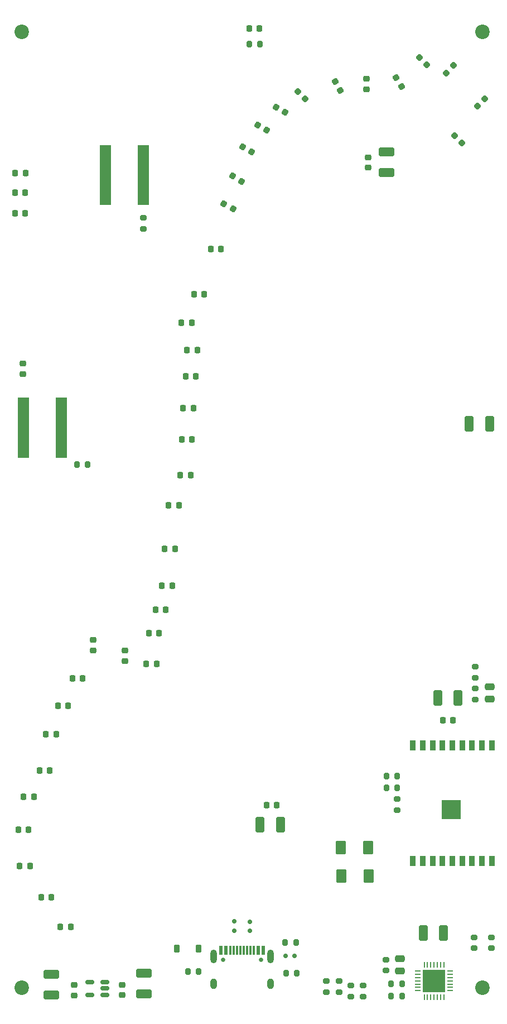
<source format=gbr>
%TF.GenerationSoftware,KiCad,Pcbnew,9.0.0*%
%TF.CreationDate,2025-04-18T09:14:46-04:00*%
%TF.ProjectId,where_is_my_ion,77686572-655f-4697-935f-6d795f696f6e,rev?*%
%TF.SameCoordinates,Original*%
%TF.FileFunction,Soldermask,Top*%
%TF.FilePolarity,Negative*%
%FSLAX46Y46*%
G04 Gerber Fmt 4.6, Leading zero omitted, Abs format (unit mm)*
G04 Created by KiCad (PCBNEW 9.0.0) date 2025-04-18 09:14:46*
%MOMM*%
%LPD*%
G01*
G04 APERTURE LIST*
G04 Aperture macros list*
%AMRoundRect*
0 Rectangle with rounded corners*
0 $1 Rounding radius*
0 $2 $3 $4 $5 $6 $7 $8 $9 X,Y pos of 4 corners*
0 Add a 4 corners polygon primitive as box body*
4,1,4,$2,$3,$4,$5,$6,$7,$8,$9,$2,$3,0*
0 Add four circle primitives for the rounded corners*
1,1,$1+$1,$2,$3*
1,1,$1+$1,$4,$5*
1,1,$1+$1,$6,$7*
1,1,$1+$1,$8,$9*
0 Add four rect primitives between the rounded corners*
20,1,$1+$1,$2,$3,$4,$5,0*
20,1,$1+$1,$4,$5,$6,$7,0*
20,1,$1+$1,$6,$7,$8,$9,0*
20,1,$1+$1,$8,$9,$2,$3,0*%
G04 Aperture macros list end*
%ADD10RoundRect,0.218750X0.317568X0.112544X-0.061318X0.331294X-0.317568X-0.112544X0.061318X-0.331294X0*%
%ADD11RoundRect,0.250000X0.925000X-0.412500X0.925000X0.412500X-0.925000X0.412500X-0.925000X-0.412500X0*%
%ADD12RoundRect,0.102000X0.675000X0.900000X-0.675000X0.900000X-0.675000X-0.900000X0.675000X-0.900000X0*%
%ADD13RoundRect,0.218750X0.218750X0.256250X-0.218750X0.256250X-0.218750X-0.256250X0.218750X-0.256250X0*%
%ADD14RoundRect,0.200000X0.200000X0.275000X-0.200000X0.275000X-0.200000X-0.275000X0.200000X-0.275000X0*%
%ADD15RoundRect,0.200000X0.275000X-0.200000X0.275000X0.200000X-0.275000X0.200000X-0.275000X-0.200000X0*%
%ADD16RoundRect,0.218750X-0.218750X-0.256250X0.218750X-0.256250X0.218750X0.256250X-0.218750X0.256250X0*%
%ADD17RoundRect,0.218750X-0.256250X0.218750X-0.256250X-0.218750X0.256250X-0.218750X0.256250X0.218750X0*%
%ADD18C,2.200000*%
%ADD19RoundRect,0.200000X-0.200000X-0.275000X0.200000X-0.275000X0.200000X0.275000X-0.200000X0.275000X0*%
%ADD20RoundRect,0.062500X-0.062500X0.337500X-0.062500X-0.337500X0.062500X-0.337500X0.062500X0.337500X0*%
%ADD21RoundRect,0.062500X-0.337500X0.062500X-0.337500X-0.062500X0.337500X-0.062500X0.337500X0.062500X0*%
%ADD22R,3.350000X3.350000*%
%ADD23RoundRect,0.250000X-0.925000X0.412500X-0.925000X-0.412500X0.925000X-0.412500X0.925000X0.412500X0*%
%ADD24RoundRect,0.150000X0.200000X-0.150000X0.200000X0.150000X-0.200000X0.150000X-0.200000X-0.150000X0*%
%ADD25RoundRect,0.218750X0.335876X0.026517X0.026517X0.335876X-0.335876X-0.026517X-0.026517X-0.335876X0*%
%ADD26RoundRect,0.250000X0.475000X-0.250000X0.475000X0.250000X-0.475000X0.250000X-0.475000X-0.250000X0*%
%ADD27RoundRect,0.076750X0.810250X0.230250X-0.810250X0.230250X-0.810250X-0.230250X0.810250X-0.230250X0*%
%ADD28RoundRect,0.218750X0.331294X-0.061318X0.112544X0.317568X-0.331294X0.061318X-0.112544X-0.317568X0*%
%ADD29RoundRect,0.200000X-0.275000X0.200000X-0.275000X-0.200000X0.275000X-0.200000X0.275000X0.200000X0*%
%ADD30RoundRect,0.218750X0.026517X-0.335876X0.335876X-0.026517X-0.026517X0.335876X-0.335876X0.026517X0*%
%ADD31RoundRect,0.250000X0.412500X0.925000X-0.412500X0.925000X-0.412500X-0.925000X0.412500X-0.925000X0*%
%ADD32RoundRect,0.225000X0.225000X0.250000X-0.225000X0.250000X-0.225000X-0.250000X0.225000X-0.250000X0*%
%ADD33RoundRect,0.250000X-0.412500X-0.925000X0.412500X-0.925000X0.412500X0.925000X-0.412500X0.925000X0*%
%ADD34RoundRect,0.218750X0.256250X-0.218750X0.256250X0.218750X-0.256250X0.218750X-0.256250X-0.218750X0*%
%ADD35RoundRect,0.225000X-0.225000X-0.375000X0.225000X-0.375000X0.225000X0.375000X-0.225000X0.375000X0*%
%ADD36C,0.650000*%
%ADD37R,0.600000X1.450000*%
%ADD38R,0.300000X1.450000*%
%ADD39O,1.000000X2.100000*%
%ADD40O,1.000000X1.600000*%
%ADD41R,0.900000X1.500000*%
%ADD42C,0.600000*%
%ADD43R,2.900000X2.900000*%
%ADD44RoundRect,0.150000X0.512500X0.150000X-0.512500X0.150000X-0.512500X-0.150000X0.512500X-0.150000X0*%
%ADD45RoundRect,0.225000X-0.250000X0.225000X-0.250000X-0.225000X0.250000X-0.225000X0.250000X0.225000X0*%
%ADD46RoundRect,0.150000X-0.150000X-0.200000X0.150000X-0.200000X0.150000X0.200000X-0.150000X0.200000X0*%
G04 APERTURE END LIST*
D10*
%TO.C,D23*%
X141681995Y-32693750D03*
X140318005Y-31906250D03*
%TD*%
D11*
%TO.C,C16*%
X123100000Y-163637500D03*
X123100000Y-160562500D03*
%TD*%
D12*
%TO.C,SW2*%
X157125000Y-141500000D03*
X152975000Y-141500000D03*
%TD*%
D13*
%TO.C,D15*%
X109750000Y-124250000D03*
X108175000Y-124250000D03*
%TD*%
D14*
%TO.C,R6*%
X162250000Y-164000000D03*
X160600000Y-164000000D03*
%TD*%
D15*
%TO.C,R5*%
X159800000Y-160125000D03*
X159800000Y-158475000D03*
%TD*%
%TO.C,R20*%
X150800000Y-163400000D03*
X150800000Y-161750000D03*
%TD*%
D13*
%TO.C,D10*%
X109037500Y-149000000D03*
X107462500Y-149000000D03*
%TD*%
D16*
%TO.C,D39*%
X129412500Y-70000000D03*
X130987500Y-70000000D03*
%TD*%
D13*
%TO.C,D75*%
X105087500Y-39200000D03*
X103512500Y-39200000D03*
%TD*%
%TO.C,D12*%
X105587500Y-138750000D03*
X104012500Y-138750000D03*
%TD*%
D16*
%TO.C,D53*%
X123412500Y-113600000D03*
X124987500Y-113600000D03*
%TD*%
D17*
%TO.C,D51*%
X115400000Y-110012500D03*
X115400000Y-111587500D03*
%TD*%
D16*
%TO.C,D34*%
X126212500Y-96200000D03*
X127787500Y-96200000D03*
%TD*%
D18*
%TO.C,H3*%
X104500000Y-162750000D03*
%TD*%
D19*
%TO.C,R10*%
X112875000Y-83400000D03*
X114525000Y-83400000D03*
%TD*%
D20*
%TO.C,U1*%
X168620000Y-159230000D03*
X168120000Y-159230000D03*
X167620000Y-159230000D03*
X167120000Y-159230000D03*
X166620000Y-159230000D03*
X166120000Y-159230000D03*
X165620000Y-159230000D03*
D21*
X164670000Y-160180000D03*
X164670000Y-160680000D03*
X164670000Y-161180000D03*
X164670000Y-161680000D03*
X164670000Y-162180000D03*
X164670000Y-162680000D03*
X164670000Y-163180000D03*
D20*
X165620000Y-164130000D03*
X166120000Y-164130000D03*
X166620000Y-164130000D03*
X167120000Y-164130000D03*
X167620000Y-164130000D03*
X168120000Y-164130000D03*
X168620000Y-164130000D03*
D21*
X169570000Y-163180000D03*
X169570000Y-162680000D03*
X169570000Y-162180000D03*
X169570000Y-161680000D03*
X169570000Y-161180000D03*
X169570000Y-160680000D03*
X169570000Y-160180000D03*
D22*
X167120000Y-161680000D03*
%TD*%
D12*
%TO.C,SW3*%
X157200000Y-145800000D03*
X153050000Y-145800000D03*
%TD*%
D15*
%TO.C,R22*%
X154450000Y-164075000D03*
X154450000Y-162425000D03*
%TD*%
D23*
%TO.C,C3*%
X159900000Y-36012500D03*
X159900000Y-39087500D03*
%TD*%
D24*
%TO.C,D83*%
X139200000Y-152700000D03*
X139200000Y-154100000D03*
%TD*%
D25*
%TO.C,D5*%
X166006847Y-22806847D03*
X164893153Y-21693153D03*
%TD*%
D13*
%TO.C,D74*%
X105075000Y-42200000D03*
X103500000Y-42200000D03*
%TD*%
D16*
%TO.C,D36*%
X128612500Y-85000000D03*
X130187500Y-85000000D03*
%TD*%
D18*
%TO.C,H2*%
X174500000Y-17750000D03*
%TD*%
D26*
%TO.C,C6*%
X161900000Y-160200000D03*
X161900000Y-158300000D03*
%TD*%
D14*
%TO.C,R21*%
X140700000Y-19600000D03*
X139050000Y-19600000D03*
%TD*%
D13*
%TO.C,D81*%
X140612500Y-17300000D03*
X139037500Y-17300000D03*
%TD*%
D16*
%TO.C,D50*%
X112212500Y-115800000D03*
X113787500Y-115800000D03*
%TD*%
D13*
%TO.C,D13*%
X106387500Y-133800000D03*
X104812500Y-133800000D03*
%TD*%
D15*
%TO.C,R13*%
X161500000Y-135775000D03*
X161500000Y-134125000D03*
%TD*%
D13*
%TO.C,D19*%
X134775000Y-50700000D03*
X133200000Y-50700000D03*
%TD*%
D19*
%TO.C,R24*%
X144630000Y-160550000D03*
X146280000Y-160550000D03*
%TD*%
D27*
%TO.C,U4*%
X110515000Y-82025000D03*
X110515000Y-81375000D03*
X110515000Y-80725000D03*
X110515000Y-80075000D03*
X110515000Y-79425000D03*
X110515000Y-78775000D03*
X110515000Y-78125000D03*
X110515000Y-77475000D03*
X110515000Y-76825000D03*
X110515000Y-76175000D03*
X110515000Y-75525000D03*
X110515000Y-74875000D03*
X110515000Y-74225000D03*
X110515000Y-73575000D03*
X104775000Y-73575000D03*
X104775000Y-74225000D03*
X104775000Y-74875000D03*
X104775000Y-75525000D03*
X104775000Y-76175000D03*
X104775000Y-76825000D03*
X104775000Y-77475000D03*
X104775000Y-78125000D03*
X104775000Y-78775000D03*
X104775000Y-79425000D03*
X104775000Y-80075000D03*
X104775000Y-80725000D03*
X104775000Y-81375000D03*
X104775000Y-82025000D03*
%TD*%
D10*
%TO.C,D21*%
X137881995Y-40443750D03*
X136518005Y-39656250D03*
%TD*%
D28*
%TO.C,D4*%
X162150000Y-26100000D03*
X161362500Y-24736008D03*
%TD*%
D26*
%TO.C,C13*%
X175600000Y-118950000D03*
X175600000Y-117050000D03*
%TD*%
D29*
%TO.C,R17*%
X173400000Y-114075000D03*
X173400000Y-115725000D03*
%TD*%
D13*
%TO.C,D17*%
X130350000Y-61850000D03*
X128775000Y-61850000D03*
%TD*%
D30*
%TO.C,D6*%
X168943153Y-24006847D03*
X170056847Y-22893153D03*
%TD*%
D27*
%TO.C,U7*%
X122995000Y-43725000D03*
X122995000Y-43075000D03*
X122995000Y-42425000D03*
X122995000Y-41775000D03*
X122995000Y-41125000D03*
X122995000Y-40475000D03*
X122995000Y-39825000D03*
X122995000Y-39175000D03*
X122995000Y-38525000D03*
X122995000Y-37875000D03*
X122995000Y-37225000D03*
X122995000Y-36575000D03*
X122995000Y-35925000D03*
X122995000Y-35275000D03*
X117255000Y-35275000D03*
X117255000Y-35925000D03*
X117255000Y-36575000D03*
X117255000Y-37225000D03*
X117255000Y-37875000D03*
X117255000Y-38525000D03*
X117255000Y-39175000D03*
X117255000Y-39825000D03*
X117255000Y-40475000D03*
X117255000Y-41125000D03*
X117255000Y-41775000D03*
X117255000Y-42425000D03*
X117255000Y-43075000D03*
X117255000Y-43725000D03*
%TD*%
D19*
%TO.C,R1*%
X160600000Y-162100000D03*
X162250000Y-162100000D03*
%TD*%
D29*
%TO.C,R15*%
X173400000Y-117375000D03*
X173400000Y-119025000D03*
%TD*%
D16*
%TO.C,D55*%
X124812500Y-105400000D03*
X126387500Y-105400000D03*
%TD*%
D31*
%TO.C,C5*%
X143787500Y-138000000D03*
X140712500Y-138000000D03*
%TD*%
D24*
%TO.C,D84*%
X136750000Y-152650000D03*
X136750000Y-154050000D03*
%TD*%
D13*
%TO.C,D11*%
X105787500Y-144250000D03*
X104212500Y-144250000D03*
%TD*%
D31*
%TO.C,C10*%
X175537500Y-77250000D03*
X172462500Y-77250000D03*
%TD*%
D16*
%TO.C,D37*%
X128812500Y-79600000D03*
X130387500Y-79600000D03*
%TD*%
D32*
%TO.C,C4*%
X143237500Y-135000000D03*
X141687500Y-135000000D03*
%TD*%
D33*
%TO.C,C1*%
X165462500Y-154400000D03*
X168537500Y-154400000D03*
%TD*%
D13*
%TO.C,D9*%
X111987500Y-153500000D03*
X110412500Y-153500000D03*
%TD*%
D34*
%TO.C,D3*%
X156856250Y-26455505D03*
X156856250Y-24880503D03*
%TD*%
D28*
%TO.C,D2*%
X152887500Y-26700000D03*
X152100000Y-25336008D03*
%TD*%
D13*
%TO.C,D14*%
X108787500Y-129750000D03*
X107212500Y-129750000D03*
%TD*%
%TO.C,D18*%
X132237500Y-57550000D03*
X130662500Y-57550000D03*
%TD*%
D16*
%TO.C,D33*%
X125812500Y-101800000D03*
X127387500Y-101800000D03*
%TD*%
D11*
%TO.C,C19*%
X109050000Y-163787500D03*
X109050000Y-160712500D03*
%TD*%
D10*
%TO.C,D20*%
X136581995Y-44643750D03*
X135218005Y-43856250D03*
%TD*%
D17*
%TO.C,D49*%
X104700000Y-68075000D03*
X104700000Y-69650000D03*
%TD*%
D10*
%TO.C,D22*%
X139450000Y-36000000D03*
X138086010Y-35212500D03*
%TD*%
D19*
%TO.C,R16*%
X159875000Y-130600000D03*
X161525000Y-130600000D03*
%TD*%
D35*
%TO.C,D72*%
X128030000Y-156800000D03*
X131330000Y-156800000D03*
%TD*%
D36*
%TO.C,J1*%
X135090000Y-158500000D03*
X140870000Y-158500000D03*
D37*
X134730000Y-157055000D03*
X135530000Y-157055000D03*
D38*
X136730000Y-157055000D03*
X137730000Y-157055000D03*
X138230000Y-157055000D03*
X139230000Y-157055000D03*
D37*
X140430000Y-157055000D03*
X141230000Y-157055000D03*
X141230000Y-157055000D03*
X140430000Y-157055000D03*
D38*
X139730000Y-157055000D03*
X138730000Y-157055000D03*
X137230000Y-157055000D03*
X136230000Y-157055000D03*
D37*
X135530000Y-157055000D03*
X134730000Y-157055000D03*
D39*
X133660000Y-157970000D03*
D40*
X133660000Y-162150000D03*
D39*
X142300000Y-157970000D03*
D40*
X142300000Y-162150000D03*
%TD*%
D16*
%TO.C,D38*%
X129012500Y-74800000D03*
X130587500Y-74800000D03*
%TD*%
D41*
%TO.C,U6*%
X175900000Y-125975000D03*
X174400000Y-125975000D03*
X172900000Y-125975000D03*
X171400000Y-125975000D03*
X169900000Y-125975000D03*
X168400000Y-125975000D03*
X166900000Y-125975000D03*
X165400000Y-125975000D03*
X163900000Y-125975000D03*
X163900000Y-143475000D03*
X165400000Y-143475000D03*
X166900000Y-143475000D03*
X168400000Y-143475000D03*
X169900000Y-143475000D03*
X171400000Y-143475000D03*
X172900000Y-143475000D03*
X174400000Y-143475000D03*
X175900000Y-143475000D03*
D42*
X170250000Y-134585000D03*
X169150000Y-134585000D03*
X170800000Y-135135000D03*
X169700000Y-135135000D03*
X168600000Y-135135000D03*
X170250000Y-135685000D03*
D43*
X169700000Y-135685000D03*
D42*
X169150000Y-135685000D03*
X170800000Y-136235000D03*
X169700000Y-136235000D03*
X168600000Y-136235000D03*
X170250000Y-136785000D03*
X169150000Y-136785000D03*
%TD*%
D44*
%TO.C,U8*%
X117137500Y-163800000D03*
X117137500Y-162850000D03*
X117137500Y-161900000D03*
X114862500Y-161900000D03*
X114862500Y-163800000D03*
%TD*%
D18*
%TO.C,H4*%
X174500000Y-162750000D03*
%TD*%
D19*
%TO.C,R4*%
X144530000Y-155900000D03*
X146180000Y-155900000D03*
%TD*%
D16*
%TO.C,D54*%
X123812500Y-109000000D03*
X125387500Y-109000000D03*
%TD*%
D30*
%TO.C,D7*%
X173693153Y-29056847D03*
X174806847Y-27943153D03*
%TD*%
D45*
%TO.C,C18*%
X112500000Y-162325000D03*
X112500000Y-163875000D03*
%TD*%
D15*
%TO.C,R19*%
X152700000Y-163400000D03*
X152700000Y-161750000D03*
%TD*%
D25*
%TO.C,D8*%
X171350000Y-34650000D03*
X170236306Y-33536306D03*
%TD*%
D14*
%TO.C,R14*%
X161550000Y-132400000D03*
X159900000Y-132400000D03*
%TD*%
D10*
%TO.C,D24*%
X144531995Y-29993750D03*
X143168005Y-29206250D03*
%TD*%
D13*
%TO.C,D73*%
X105075000Y-45250000D03*
X103500000Y-45250000D03*
%TD*%
D15*
%TO.C,R3*%
X175800000Y-156725000D03*
X175800000Y-155075000D03*
%TD*%
D46*
%TO.C,D82*%
X145950000Y-157900000D03*
X144550000Y-157900000D03*
%TD*%
D31*
%TO.C,C11*%
X170737500Y-118800000D03*
X167662500Y-118800000D03*
%TD*%
D17*
%TO.C,D52*%
X120200000Y-111612500D03*
X120200000Y-113187500D03*
%TD*%
D13*
%TO.C,D16*%
X111587500Y-120000000D03*
X110012500Y-120000000D03*
%TD*%
D32*
%TO.C,C12*%
X169975000Y-122200000D03*
X168425000Y-122200000D03*
%TD*%
D45*
%TO.C,C17*%
X119800000Y-162300000D03*
X119800000Y-163850000D03*
%TD*%
D15*
%TO.C,R23*%
X156350000Y-164075000D03*
X156350000Y-162425000D03*
%TD*%
D18*
%TO.C,H1*%
X104500000Y-17750000D03*
%TD*%
D16*
%TO.C,D35*%
X126812500Y-89600000D03*
X128387500Y-89600000D03*
%TD*%
D25*
%TO.C,D1*%
X147556847Y-27956847D03*
X146443153Y-26843153D03*
%TD*%
D15*
%TO.C,R2*%
X173200000Y-156725000D03*
X173200000Y-155075000D03*
%TD*%
D45*
%TO.C,C2*%
X157150000Y-36825000D03*
X157150000Y-38375000D03*
%TD*%
D14*
%TO.C,R25*%
X131405000Y-160300000D03*
X129755000Y-160300000D03*
%TD*%
D16*
%TO.C,D40*%
X129612500Y-66000000D03*
X131187500Y-66000000D03*
%TD*%
D29*
%TO.C,R18*%
X123000000Y-45975000D03*
X123000000Y-47625000D03*
%TD*%
M02*

</source>
